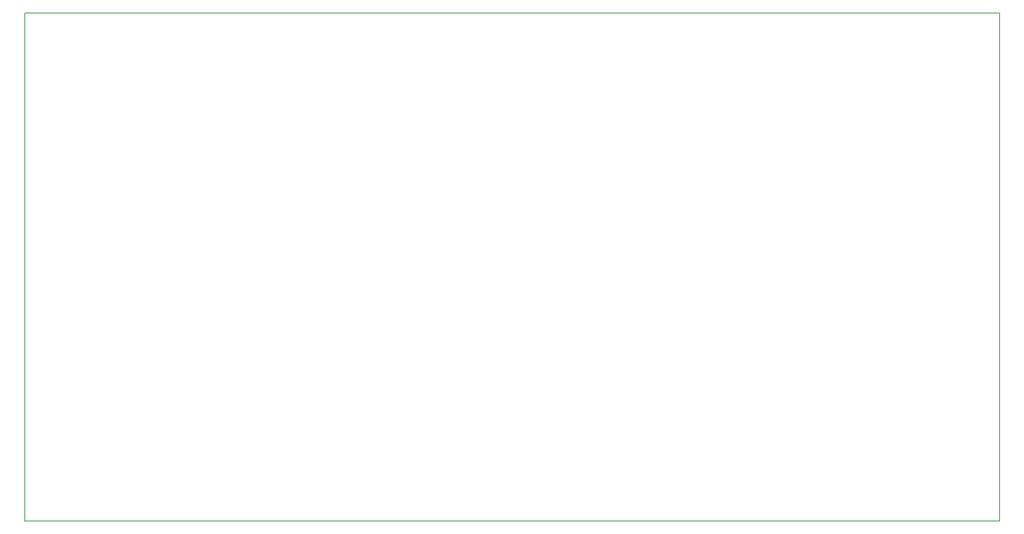
<source format=gbr>
G04 #@! TF.FileFunction,Profile,NP*
%FSLAX46Y46*%
G04 Gerber Fmt 4.6, Leading zero omitted, Abs format (unit mm)*
G04 Created by KiCad (PCBNEW 4.0.7) date 11/26/17 23:33:31*
%MOMM*%
%LPD*%
G01*
G04 APERTURE LIST*
%ADD10C,0.100000*%
%ADD11C,0.150000*%
G04 APERTURE END LIST*
D10*
D11*
X265430000Y-38100000D02*
X55880000Y-38100000D01*
X265430000Y-147320000D02*
X265430000Y-38100000D01*
X55880000Y-147320000D02*
X265430000Y-147320000D01*
X55880000Y-38100000D02*
X55880000Y-147320000D01*
M02*

</source>
